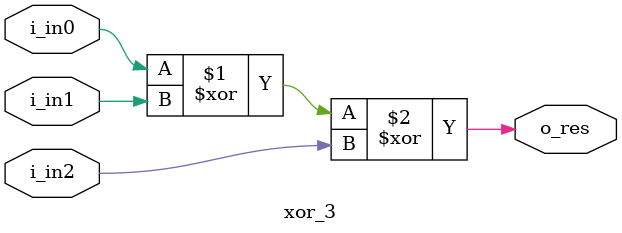
<source format=sv>
module xor_3 ( 
    input  logic i_in0,
                 i_in1,
                 i_in2,
    output logic o_res 
);
    assign o_res = i_in0 ^ i_in1 ^ i_in2;
endmodule
</source>
